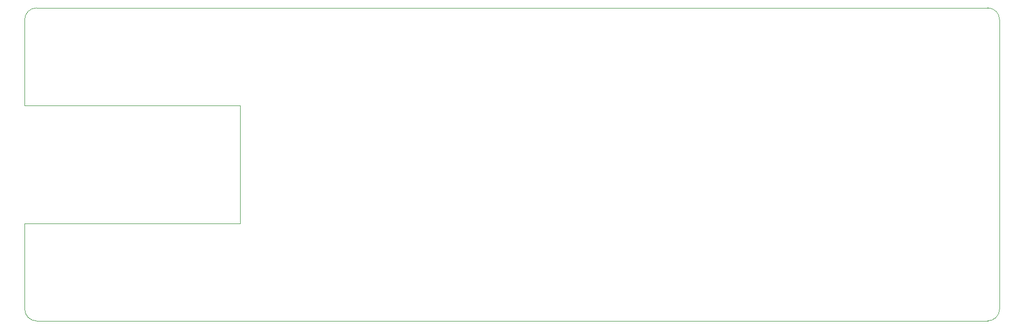
<source format=gm1>
G04 #@! TF.GenerationSoftware,KiCad,Pcbnew,(5.1.5)-3*
G04 #@! TF.CreationDate,2021-03-06T02:14:21+09:00*
G04 #@! TF.ProjectId,Kleine Gherkin,4b6c6569-6e65-4204-9768-65726b696e2e,rev?*
G04 #@! TF.SameCoordinates,Original*
G04 #@! TF.FileFunction,Profile,NP*
%FSLAX46Y46*%
G04 Gerber Fmt 4.6, Leading zero omitted, Abs format (unit mm)*
G04 Created by KiCad (PCBNEW (5.1.5)-3) date 2021-03-06 02:14:21*
%MOMM*%
%LPD*%
G04 APERTURE LIST*
%ADD10C,0.100000*%
G04 APERTURE END LIST*
D10*
X30500000Y-33500000D02*
X30500000Y-48000000D01*
X67000000Y-68000000D02*
X30500000Y-68000000D01*
X67000000Y-48000000D02*
X67000000Y-68000000D01*
X30500000Y-48000000D02*
X67000000Y-48000000D01*
X32500000Y-84500000D02*
G75*
G02X30500000Y-82500000I0J2000000D01*
G01*
X30500000Y-33500000D02*
G75*
G02X32500000Y-31500000I2000000J0D01*
G01*
X193500000Y-31500000D02*
G75*
G02X195500000Y-33500000I0J-2000000D01*
G01*
X195500000Y-82500000D02*
G75*
G02X193500000Y-84500000I-2000000J0D01*
G01*
X193500000Y-84500000D02*
X32500000Y-84500000D01*
X195500000Y-33500000D02*
X195500000Y-82500000D01*
X30500000Y-68000000D02*
X30500000Y-82500000D01*
X193500000Y-31500000D02*
X32500000Y-31500000D01*
M02*

</source>
